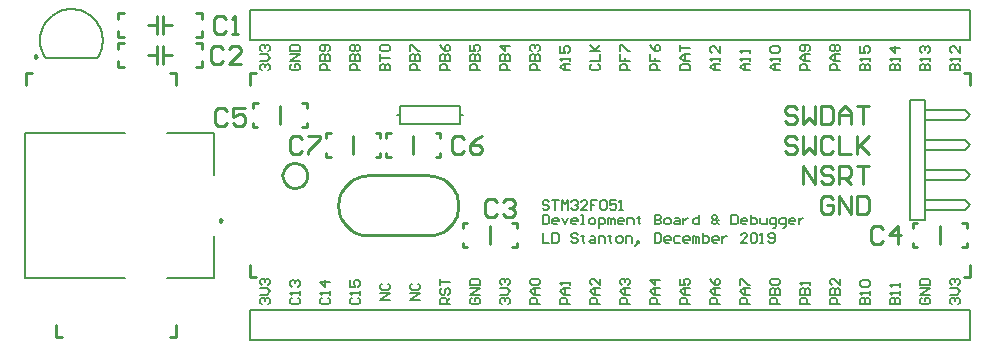
<source format=gto>
G04*
G04 #@! TF.GenerationSoftware,Altium Limited,Altium Designer,20.0.10 (225)*
G04*
G04 Layer_Color=65535*
%FSLAX25Y25*%
%MOIN*%
G70*
G01*
G75*
%ADD10C,0.01000*%
%ADD11C,0.00787*%
%ADD12C,0.00984*%
%ADD13C,0.00600*%
D10*
X137000Y37500D02*
X138012Y37551D01*
X139013Y37705D01*
X139994Y37959D01*
X140944Y38310D01*
X141853Y38756D01*
X142713Y39292D01*
X143514Y39912D01*
X144248Y40610D01*
X144908Y41379D01*
X145486Y42210D01*
X145978Y43096D01*
X146378Y44027D01*
X146681Y44993D01*
X146885Y45986D01*
X146987Y46993D01*
X146987Y48006D01*
X146885Y49014D01*
X146681Y50007D01*
X146378Y50973D01*
X145978Y51904D01*
X145486Y52790D01*
X144908Y53621D01*
X144248Y54390D01*
X143514Y55088D01*
X142713Y55708D01*
X141853Y56243D01*
X140944Y56690D01*
X139994Y57041D01*
X139013Y57295D01*
X138012Y57449D01*
X137000Y57500D01*
X117000Y57500D02*
X115986Y57452D01*
X114983Y57301D01*
X114000Y57050D01*
X113047Y56700D01*
X112135Y56255D01*
X111273Y55721D01*
X110469Y55101D01*
X109732Y54403D01*
X109070Y53635D01*
X108488Y52803D01*
X107995Y51916D01*
X107593Y50984D01*
X107288Y50016D01*
X107083Y49022D01*
X106980Y48013D01*
X106979Y46998D01*
X107081Y45989D01*
X107286Y44995D01*
X107589Y44026D01*
X107990Y43094D01*
X108483Y42207D01*
X109063Y41374D01*
X109724Y40605D01*
X110460Y39906D01*
X111263Y39286D01*
X112125Y38750D01*
X113037Y38304D01*
X113989Y37954D01*
X114972Y37701D01*
X115975Y37549D01*
X116989Y37500D01*
X96623Y57500D02*
X96503Y58487D01*
X96151Y59416D01*
X95586Y60234D01*
X94842Y60893D01*
X93962Y61355D01*
X92997Y61593D01*
X92003D01*
X91038Y61355D01*
X90158Y60893D01*
X89414Y60234D01*
X88849Y59416D01*
X88497Y58487D01*
X88377Y57500D01*
X88497Y56513D01*
X88849Y55584D01*
X89414Y54766D01*
X90158Y54107D01*
X91038Y53645D01*
X92003Y53407D01*
X92997D01*
X93962Y53645D01*
X94842Y54107D01*
X95586Y54766D01*
X96151Y55584D01*
X96503Y56513D01*
X96623Y57500D01*
X315500Y91500D02*
X317500D01*
Y87500D02*
Y91500D01*
X315500Y23500D02*
X317500D01*
Y27500D01*
X77500Y23500D02*
X79500D01*
X77500D02*
Y27500D01*
Y91500D02*
X79500D01*
X77500Y87500D02*
Y91500D01*
X117000Y57500D02*
X137000D01*
X117000Y37500D02*
X137000D01*
X61500Y109500D02*
Y111500D01*
X59500D02*
X61500D01*
Y103500D02*
Y105500D01*
X59500Y103500D02*
X61500D01*
X33500Y111500D02*
X35500D01*
X33500Y109500D02*
Y111500D01*
Y103500D02*
Y105500D01*
Y103500D02*
X35500D01*
X46500Y104500D02*
Y110500D01*
X43500Y107500D02*
X46500D01*
X48500D02*
X51500D01*
X48500Y104500D02*
Y110500D01*
X61500Y99500D02*
Y101500D01*
X59500D02*
X61500D01*
Y93500D02*
Y95500D01*
X59500Y93500D02*
X61500D01*
X33500Y101500D02*
X35500D01*
X33500Y99500D02*
Y101500D01*
Y93500D02*
Y95500D01*
Y93500D02*
X35500D01*
X46500Y94500D02*
Y100500D01*
X43500Y97500D02*
X46500D01*
X48500D02*
X51500D01*
X48500Y94500D02*
Y100500D01*
X139400Y63500D02*
X141000D01*
X123000Y71500D02*
X124500D01*
X123000Y70000D02*
Y71500D01*
Y63500D02*
X124500D01*
X123000D02*
Y65000D01*
X139500Y71500D02*
X141000D01*
Y70000D02*
Y71500D01*
Y63500D02*
Y65000D01*
X132000Y64500D02*
Y70500D01*
X119400Y63500D02*
X121000D01*
X103000Y71500D02*
X104500D01*
X103000Y70000D02*
Y71500D01*
Y63500D02*
X104500D01*
X103000D02*
Y65000D01*
X119500Y71500D02*
X121000D01*
Y70000D02*
Y71500D01*
Y63500D02*
Y65000D01*
X112000Y64500D02*
Y70500D01*
X164900Y33500D02*
X166500D01*
X148500Y41500D02*
X150000D01*
X148500Y40000D02*
Y41500D01*
Y33500D02*
X150000D01*
X148500D02*
Y35000D01*
X165000Y41500D02*
X166500D01*
Y40000D02*
Y41500D01*
Y33500D02*
Y35000D01*
X157500Y34500D02*
Y40500D01*
X314900Y33500D02*
X316500D01*
X298500Y41500D02*
X300000D01*
X298500Y40000D02*
Y41500D01*
Y33500D02*
X300000D01*
X298500D02*
Y35000D01*
X315000Y41500D02*
X316500D01*
Y40000D02*
Y41500D01*
Y33500D02*
Y35000D01*
X307500Y34500D02*
Y40500D01*
X78500Y81500D02*
X80100D01*
X95000Y73500D02*
X96500D01*
Y75000D01*
X95000Y81500D02*
X96500D01*
Y80000D02*
Y81500D01*
X78500Y73500D02*
X80000D01*
X78500D02*
Y75000D01*
Y80000D02*
Y81500D01*
X87500Y74500D02*
Y80500D01*
X3000Y87500D02*
Y91500D01*
X5000D01*
X13000Y3500D02*
Y7500D01*
Y3500D02*
X15000D01*
X53000D02*
Y7500D01*
X51000Y3500D02*
X53000D01*
Y87500D02*
Y91500D01*
X51000D02*
X53000D01*
X271999Y49498D02*
X270999Y50498D01*
X269000D01*
X268000Y49498D01*
Y45500D01*
X269000Y44500D01*
X270999D01*
X271999Y45500D01*
Y47499D01*
X269999D01*
X273998Y44500D02*
Y50498D01*
X277997Y44500D01*
Y50498D01*
X279996D02*
Y44500D01*
X282995D01*
X283995Y45500D01*
Y49498D01*
X282995Y50498D01*
X279996D01*
X262000Y54500D02*
Y60498D01*
X265999Y54500D01*
Y60498D01*
X271997Y59498D02*
X270997Y60498D01*
X268998D01*
X267998Y59498D01*
Y58499D01*
X268998Y57499D01*
X270997D01*
X271997Y56499D01*
Y55500D01*
X270997Y54500D01*
X268998D01*
X267998Y55500D01*
X273996Y54500D02*
Y60498D01*
X276995D01*
X277995Y59498D01*
Y57499D01*
X276995Y56499D01*
X273996D01*
X275995D02*
X277995Y54500D01*
X279994Y60498D02*
X283993D01*
X281994D01*
Y54500D01*
X259999Y69498D02*
X258999Y70498D01*
X257000D01*
X256000Y69498D01*
Y68499D01*
X257000Y67499D01*
X258999D01*
X259999Y66499D01*
Y65500D01*
X258999Y64500D01*
X257000D01*
X256000Y65500D01*
X261998Y70498D02*
Y64500D01*
X263997Y66499D01*
X265997Y64500D01*
Y70498D01*
X271995Y69498D02*
X270995Y70498D01*
X268996D01*
X267996Y69498D01*
Y65500D01*
X268996Y64500D01*
X270995D01*
X271995Y65500D01*
X273994Y70498D02*
Y64500D01*
X277993D01*
X279992Y70498D02*
Y64500D01*
Y66499D01*
X283991Y70498D01*
X280992Y67499D01*
X283991Y64500D01*
X259999Y79498D02*
X258999Y80498D01*
X257000D01*
X256000Y79498D01*
Y78499D01*
X257000Y77499D01*
X258999D01*
X259999Y76499D01*
Y75500D01*
X258999Y74500D01*
X257000D01*
X256000Y75500D01*
X261998Y80498D02*
Y74500D01*
X263997Y76499D01*
X265997Y74500D01*
Y80498D01*
X267996D02*
Y74500D01*
X270995D01*
X271995Y75500D01*
Y79498D01*
X270995Y80498D01*
X267996D01*
X273994Y74500D02*
Y78499D01*
X275993Y80498D01*
X277993Y78499D01*
Y74500D01*
Y77499D01*
X273994D01*
X279992Y80498D02*
X283991D01*
X281992D01*
Y74500D01*
X68500Y99499D02*
X67501Y100499D01*
X65501D01*
X64502Y99499D01*
Y95501D01*
X65501Y94501D01*
X67501D01*
X68500Y95501D01*
X74498Y94501D02*
X70500D01*
X74498Y98500D01*
Y99499D01*
X73499Y100499D01*
X71499D01*
X70500Y99499D01*
X69500Y109499D02*
X68500Y110499D01*
X66501D01*
X65501Y109499D01*
Y105501D01*
X66501Y104501D01*
X68500D01*
X69500Y105501D01*
X71499Y104501D02*
X73499D01*
X72499D01*
Y110499D01*
X71499Y109499D01*
X70000Y78999D02*
X69001Y79999D01*
X67001D01*
X66002Y78999D01*
Y75001D01*
X67001Y74001D01*
X69001D01*
X70000Y75001D01*
X75998Y79999D02*
X72000D01*
Y77000D01*
X73999Y78000D01*
X74999D01*
X75998Y77000D01*
Y75001D01*
X74999Y74001D01*
X72999D01*
X72000Y75001D01*
X288500Y39499D02*
X287501Y40499D01*
X285501D01*
X284502Y39499D01*
Y35501D01*
X285501Y34501D01*
X287501D01*
X288500Y35501D01*
X293499Y34501D02*
Y40499D01*
X290500Y37500D01*
X294498D01*
X160000Y48499D02*
X159001Y49499D01*
X157001D01*
X156002Y48499D01*
Y44501D01*
X157001Y43501D01*
X159001D01*
X160000Y44501D01*
X162000Y48499D02*
X162999Y49499D01*
X164999D01*
X165998Y48499D01*
Y47500D01*
X164999Y46500D01*
X163999D01*
X164999D01*
X165998Y45500D01*
Y44501D01*
X164999Y43501D01*
X162999D01*
X162000Y44501D01*
X95000Y69499D02*
X94001Y70499D01*
X92001D01*
X91002Y69499D01*
Y65501D01*
X92001Y64501D01*
X94001D01*
X95000Y65501D01*
X97000Y70499D02*
X100998D01*
Y69499D01*
X97000Y65501D01*
Y64501D01*
X149000Y69499D02*
X148001Y70499D01*
X146001D01*
X145002Y69499D01*
Y65501D01*
X146001Y64501D01*
X148001D01*
X149000Y65501D01*
X154998Y70499D02*
X152999Y69499D01*
X151000Y67500D01*
Y65501D01*
X151999Y64501D01*
X153999D01*
X154998Y65501D01*
Y66500D01*
X153999Y67500D01*
X151000D01*
D11*
X26546Y96516D02*
X27075Y97352D01*
X27521Y98235D01*
X27883Y99156D01*
X28155Y100107D01*
X28336Y101079D01*
X28424Y102065D01*
X28418Y103054D01*
X28319Y104038D01*
X28127Y105009D01*
X27844Y105956D01*
X27472Y106873D01*
X27015Y107751D01*
X26478Y108581D01*
X25864Y109357D01*
X25179Y110071D01*
X24430Y110716D01*
X23622Y111288D01*
X22765Y111782D01*
X21864Y112191D01*
X20929Y112513D01*
X19967Y112746D01*
X18988Y112886D01*
X18000Y112933D01*
X17012Y112886D01*
X16033Y112746D01*
X15071Y112513D01*
X14136Y112191D01*
X13235Y111782D01*
X12378Y111288D01*
X11570Y110716D01*
X10821Y110071D01*
X10137Y109357D01*
X9522Y108581D01*
X8985Y107751D01*
X8528Y106873D01*
X8156Y105956D01*
X7873Y105009D01*
X7681Y104038D01*
X7582Y103054D01*
X7576Y102065D01*
X7664Y101079D01*
X7845Y100107D01*
X8117Y99156D01*
X8479Y98235D01*
X8925Y97352D01*
X9454Y96516D01*
X9454Y96516D02*
X26546Y96516D01*
X65496Y23469D02*
Y37468D01*
Y57500D02*
Y71500D01*
X49957Y23469D02*
X65496D01*
X49957Y71500D02*
X65496D01*
X2504Y23469D02*
X35996D01*
X2504Y71500D02*
X35996D01*
X2504Y23469D02*
Y71500D01*
X297500Y42500D02*
Y82500D01*
X302500Y45833D02*
X315833D01*
X317500Y47500D01*
X315833Y49167D02*
X317500Y47500D01*
X302500Y49167D02*
X315833D01*
X302500Y55833D02*
X315833D01*
X317500Y57500D01*
X315833Y59167D02*
X317500Y57500D01*
X302500Y59167D02*
X315833D01*
X302500Y65833D02*
X315833D01*
X317500Y67500D01*
X315833Y69167D02*
X317500Y67500D01*
X302500Y69167D02*
X315833D01*
X302500Y75833D02*
X315833D01*
X317500Y77500D01*
X315833Y79167D02*
X317500Y77500D01*
X302500Y79167D02*
X315833D01*
X297500Y82500D02*
X302500D01*
X297500Y42500D02*
X302500D01*
Y82500D01*
X77500Y102500D02*
X310000D01*
X317500D01*
Y112500D01*
X77500D02*
X317500D01*
X77500Y102500D02*
Y112500D01*
X85000Y12500D02*
X317500D01*
X77500D02*
X85000D01*
X77500Y2500D02*
Y12500D01*
Y2500D02*
X317500D01*
Y12500D01*
X147500Y77500D02*
Y80500D01*
X127500D02*
X147500D01*
X127500Y74500D02*
Y80500D01*
Y74500D02*
X147500D01*
Y77500D01*
X126600D02*
X127500D01*
X147500D02*
X148400D01*
D12*
X6669Y97102D02*
X5931Y97529D01*
Y96676D01*
X6669Y97102D01*
X68350Y42563D02*
X67612Y42989D01*
Y42137D01*
X68350Y42563D01*
D13*
X81534Y92500D02*
X81001Y93033D01*
Y94099D01*
X81534Y94633D01*
X82067D01*
X82600Y94099D01*
Y93566D01*
Y94099D01*
X83134Y94633D01*
X83667D01*
X84200Y94099D01*
Y93033D01*
X83667Y92500D01*
X81001Y95699D02*
X83134D01*
X84200Y96765D01*
X83134Y97832D01*
X81001D01*
X81534Y98898D02*
X81001Y99431D01*
Y100497D01*
X81534Y101031D01*
X82067D01*
X82600Y100497D01*
Y99964D01*
Y100497D01*
X83134Y101031D01*
X83667D01*
X84200Y100497D01*
Y99431D01*
X83667Y98898D01*
X91534Y94633D02*
X91001Y94099D01*
Y93033D01*
X91534Y92500D01*
X93667D01*
X94200Y93033D01*
Y94099D01*
X93667Y94633D01*
X92601D01*
Y93566D01*
X94200Y95699D02*
X91001D01*
X94200Y97832D01*
X91001D01*
Y98898D02*
X94200D01*
Y100497D01*
X93667Y101031D01*
X91534D01*
X91001Y100497D01*
Y98898D01*
X114200Y92500D02*
X111001D01*
Y94099D01*
X111534Y94633D01*
X112601D01*
X113134Y94099D01*
Y92500D01*
X111001Y95699D02*
X114200D01*
Y97299D01*
X113667Y97832D01*
X113134D01*
X112601Y97299D01*
Y95699D01*
Y97299D01*
X112067Y97832D01*
X111534D01*
X111001Y97299D01*
Y95699D01*
X111534Y98898D02*
X111001Y99431D01*
Y100497D01*
X111534Y101031D01*
X112067D01*
X112601Y100497D01*
X113134Y101031D01*
X113667D01*
X114200Y100497D01*
Y99431D01*
X113667Y98898D01*
X113134D01*
X112601Y99431D01*
X112067Y98898D01*
X111534D01*
X112601Y99431D02*
Y100497D01*
X104200Y92500D02*
X101001D01*
Y94099D01*
X101534Y94633D01*
X102601D01*
X103134Y94099D01*
Y92500D01*
X101001Y95699D02*
X104200D01*
Y97299D01*
X103667Y97832D01*
X103134D01*
X102601Y97299D01*
Y95699D01*
Y97299D01*
X102067Y97832D01*
X101534D01*
X101001Y97299D01*
Y95699D01*
X103667Y98898D02*
X104200Y99431D01*
Y100497D01*
X103667Y101031D01*
X101534D01*
X101001Y100497D01*
Y99431D01*
X101534Y98898D01*
X102067D01*
X102601Y99431D01*
Y101031D01*
X144200Y92500D02*
X141001D01*
Y94099D01*
X141534Y94633D01*
X142601D01*
X143134Y94099D01*
Y92500D01*
X141001Y95699D02*
X144200D01*
Y97299D01*
X143667Y97832D01*
X143134D01*
X142601Y97299D01*
Y95699D01*
Y97299D01*
X142067Y97832D01*
X141534D01*
X141001Y97299D01*
Y95699D01*
Y101031D02*
X141534Y99964D01*
X142601Y98898D01*
X143667D01*
X144200Y99431D01*
Y100497D01*
X143667Y101031D01*
X143134D01*
X142601Y100497D01*
Y98898D01*
X154200Y92500D02*
X151001D01*
Y94099D01*
X151534Y94633D01*
X152601D01*
X153134Y94099D01*
Y92500D01*
X151001Y95699D02*
X154200D01*
Y97299D01*
X153667Y97832D01*
X153134D01*
X152601Y97299D01*
Y95699D01*
Y97299D01*
X152067Y97832D01*
X151534D01*
X151001Y97299D01*
Y95699D01*
Y101031D02*
Y98898D01*
X152601D01*
X152067Y99964D01*
Y100497D01*
X152601Y101031D01*
X153667D01*
X154200Y100497D01*
Y99431D01*
X153667Y98898D01*
X121001Y92500D02*
X124200D01*
Y94099D01*
X123667Y94633D01*
X123134D01*
X122600Y94099D01*
Y92500D01*
Y94099D01*
X122067Y94633D01*
X121534D01*
X121001Y94099D01*
Y92500D01*
Y95699D02*
Y97832D01*
Y96765D01*
X124200D01*
X121534Y98898D02*
X121001Y99431D01*
Y100497D01*
X121534Y101031D01*
X123667D01*
X124200Y100497D01*
Y99431D01*
X123667Y98898D01*
X121534D01*
X204200Y92500D02*
X201001D01*
Y94099D01*
X201534Y94633D01*
X202601D01*
X203134Y94099D01*
Y92500D01*
X201001Y97832D02*
Y95699D01*
X202601D01*
Y96765D01*
Y95699D01*
X204200D01*
X201001Y98898D02*
Y101031D01*
X201534D01*
X203667Y98898D01*
X204200D01*
X214200Y92500D02*
X211001D01*
Y94099D01*
X211534Y94633D01*
X212600D01*
X213134Y94099D01*
Y92500D01*
X211001Y97832D02*
Y95699D01*
X212600D01*
Y96765D01*
Y95699D01*
X214200D01*
X211001Y101031D02*
X211534Y99964D01*
X212600Y98898D01*
X213667D01*
X214200Y99431D01*
Y100497D01*
X213667Y101031D01*
X213134D01*
X212600Y100497D01*
Y98898D01*
X234200Y92500D02*
X232067D01*
X231001Y93566D01*
X232067Y94633D01*
X234200D01*
X232600D01*
Y92500D01*
X234200Y95699D02*
Y96765D01*
Y96232D01*
X231001D01*
X231534Y95699D01*
X234200Y100497D02*
Y98365D01*
X232067Y100497D01*
X231534D01*
X231001Y99964D01*
Y98898D01*
X231534Y98365D01*
X221001Y92500D02*
X224200D01*
Y94099D01*
X223667Y94633D01*
X221534D01*
X221001Y94099D01*
Y92500D01*
X224200Y95699D02*
X222067D01*
X221001Y96765D01*
X222067Y97832D01*
X224200D01*
X222601D01*
Y95699D01*
X221001Y98898D02*
Y101031D01*
Y99964D01*
X224200D01*
X184200Y92500D02*
X182067D01*
X181001Y93566D01*
X182067Y94633D01*
X184200D01*
X182600D01*
Y92500D01*
X184200Y95699D02*
Y96765D01*
Y96232D01*
X181001D01*
X181534Y95699D01*
X181001Y100497D02*
Y98365D01*
X182600D01*
X182067Y99431D01*
Y99964D01*
X182600Y100497D01*
X183667D01*
X184200Y99964D01*
Y98898D01*
X183667Y98365D01*
X191534Y94633D02*
X191001Y94099D01*
Y93033D01*
X191534Y92500D01*
X193667D01*
X194200Y93033D01*
Y94099D01*
X193667Y94633D01*
X191001Y95699D02*
X194200D01*
Y97832D01*
X191001Y98898D02*
X194200D01*
X193134D01*
X191001Y101031D01*
X192601Y99431D01*
X194200Y101031D01*
X174200Y92500D02*
X171001D01*
Y94099D01*
X171534Y94633D01*
X172600D01*
X173134Y94099D01*
Y92500D01*
X171001Y95699D02*
X174200D01*
Y97299D01*
X173667Y97832D01*
X173134D01*
X172600Y97299D01*
Y95699D01*
Y97299D01*
X172067Y97832D01*
X171534D01*
X171001Y97299D01*
Y95699D01*
X171534Y98898D02*
X171001Y99431D01*
Y100497D01*
X171534Y101031D01*
X172067D01*
X172600Y100497D01*
Y99964D01*
Y100497D01*
X173134Y101031D01*
X173667D01*
X174200Y100497D01*
Y99431D01*
X173667Y98898D01*
X164200Y92500D02*
X161001D01*
Y94099D01*
X161534Y94633D01*
X162601D01*
X163134Y94099D01*
Y92500D01*
X161001Y95699D02*
X164200D01*
Y97299D01*
X163667Y97832D01*
X163134D01*
X162601Y97299D01*
Y95699D01*
Y97299D01*
X162067Y97832D01*
X161534D01*
X161001Y97299D01*
Y95699D01*
X164200Y100497D02*
X161001D01*
X162601Y98898D01*
Y101031D01*
X264200Y92500D02*
X261001D01*
Y94099D01*
X261534Y94633D01*
X262600D01*
X263134Y94099D01*
Y92500D01*
X264200Y95699D02*
X262067D01*
X261001Y96765D01*
X262067Y97832D01*
X264200D01*
X262600D01*
Y95699D01*
X263667Y98898D02*
X264200Y99431D01*
Y100497D01*
X263667Y101031D01*
X261534D01*
X261001Y100497D01*
Y99431D01*
X261534Y98898D01*
X262067D01*
X262600Y99431D01*
Y101031D01*
X274200Y92500D02*
X271001D01*
Y94099D01*
X271534Y94633D01*
X272601D01*
X273134Y94099D01*
Y92500D01*
X274200Y95699D02*
X272067D01*
X271001Y96765D01*
X272067Y97832D01*
X274200D01*
X272601D01*
Y95699D01*
X271534Y98898D02*
X271001Y99431D01*
Y100497D01*
X271534Y101031D01*
X272067D01*
X272601Y100497D01*
X273134Y101031D01*
X273667D01*
X274200Y100497D01*
Y99431D01*
X273667Y98898D01*
X273134D01*
X272601Y99431D01*
X272067Y98898D01*
X271534D01*
X272601Y99431D02*
Y100497D01*
X254200Y92500D02*
X252067D01*
X251001Y93566D01*
X252067Y94633D01*
X254200D01*
X252601D01*
Y92500D01*
X254200Y95699D02*
Y96765D01*
Y96232D01*
X251001D01*
X251534Y95699D01*
Y98365D02*
X251001Y98898D01*
Y99964D01*
X251534Y100497D01*
X253667D01*
X254200Y99964D01*
Y98898D01*
X253667Y98365D01*
X251534D01*
X244200Y92500D02*
X242067D01*
X241001Y93566D01*
X242067Y94633D01*
X244200D01*
X242600D01*
Y92500D01*
X244200Y95699D02*
Y96765D01*
Y96232D01*
X241001D01*
X241534Y95699D01*
X244200Y98365D02*
Y99431D01*
Y98898D01*
X241001D01*
X241534Y98365D01*
X301001Y92500D02*
X304200D01*
Y94099D01*
X303667Y94633D01*
X303134D01*
X302601Y94099D01*
Y92500D01*
Y94099D01*
X302067Y94633D01*
X301534D01*
X301001Y94099D01*
Y92500D01*
X304200Y95699D02*
Y96765D01*
Y96232D01*
X301001D01*
X301534Y95699D01*
Y98365D02*
X301001Y98898D01*
Y99964D01*
X301534Y100497D01*
X302067D01*
X302601Y99964D01*
Y99431D01*
Y99964D01*
X303134Y100497D01*
X303667D01*
X304200Y99964D01*
Y98898D01*
X303667Y98365D01*
X311001Y92500D02*
X314200D01*
Y94099D01*
X313667Y94633D01*
X313134D01*
X312600Y94099D01*
Y92500D01*
Y94099D01*
X312067Y94633D01*
X311534D01*
X311001Y94099D01*
Y92500D01*
X314200Y95699D02*
Y96765D01*
Y96232D01*
X311001D01*
X311534Y95699D01*
X314200Y100497D02*
Y98365D01*
X312067Y100497D01*
X311534D01*
X311001Y99964D01*
Y98898D01*
X311534Y98365D01*
X291001Y92500D02*
X294200D01*
Y94099D01*
X293667Y94633D01*
X293134D01*
X292600Y94099D01*
Y92500D01*
Y94099D01*
X292067Y94633D01*
X291534D01*
X291001Y94099D01*
Y92500D01*
X294200Y95699D02*
Y96765D01*
Y96232D01*
X291001D01*
X291534Y95699D01*
X294200Y99964D02*
X291001D01*
X292600Y98365D01*
Y100497D01*
X281001Y92500D02*
X284200D01*
Y94099D01*
X283667Y94633D01*
X283134D01*
X282600Y94099D01*
Y92500D01*
Y94099D01*
X282067Y94633D01*
X281534D01*
X281001Y94099D01*
Y92500D01*
X284200Y95699D02*
Y96765D01*
Y96232D01*
X281001D01*
X281534Y95699D01*
X281001Y100497D02*
Y98365D01*
X282600D01*
X282067Y99431D01*
Y99964D01*
X282600Y100497D01*
X283667D01*
X284200Y99964D01*
Y98898D01*
X283667Y98365D01*
X134200Y92500D02*
X131001D01*
Y94099D01*
X131534Y94633D01*
X132600D01*
X133134Y94099D01*
Y92500D01*
X131001Y95699D02*
X134200D01*
Y97299D01*
X133667Y97832D01*
X133134D01*
X132600Y97299D01*
Y95699D01*
Y97299D01*
X132067Y97832D01*
X131534D01*
X131001Y97299D01*
Y95699D01*
Y98898D02*
Y101031D01*
X131534D01*
X133667Y98898D01*
X134200D01*
Y16100D02*
X131001D01*
X134200Y18233D01*
X131001D01*
X131534Y21432D02*
X131001Y20898D01*
Y19832D01*
X131534Y19299D01*
X133667D01*
X134200Y19832D01*
Y20898D01*
X133667Y21432D01*
X281001Y14600D02*
X284200D01*
Y16199D01*
X283667Y16733D01*
X283134D01*
X282600Y16199D01*
Y14600D01*
Y16199D01*
X282067Y16733D01*
X281534D01*
X281001Y16199D01*
Y14600D01*
X284200Y17799D02*
Y18865D01*
Y18332D01*
X281001D01*
X281534Y17799D01*
Y20465D02*
X281001Y20998D01*
Y22064D01*
X281534Y22597D01*
X283667D01*
X284200Y22064D01*
Y20998D01*
X283667Y20465D01*
X281534D01*
X291001Y14600D02*
X294200D01*
Y16199D01*
X293667Y16733D01*
X293134D01*
X292600Y16199D01*
Y14600D01*
Y16199D01*
X292067Y16733D01*
X291534D01*
X291001Y16199D01*
Y14600D01*
X294200Y17799D02*
Y18865D01*
Y18332D01*
X291001D01*
X291534Y17799D01*
X294200Y20465D02*
Y21531D01*
Y20998D01*
X291001D01*
X291534Y20465D01*
X311534Y14600D02*
X311001Y15133D01*
Y16199D01*
X311534Y16733D01*
X312067D01*
X312600Y16199D01*
Y15666D01*
Y16199D01*
X313134Y16733D01*
X313667D01*
X314200Y16199D01*
Y15133D01*
X313667Y14600D01*
X311001Y17799D02*
X313134D01*
X314200Y18865D01*
X313134Y19932D01*
X311001D01*
X311534Y20998D02*
X311001Y21531D01*
Y22597D01*
X311534Y23131D01*
X312067D01*
X312600Y22597D01*
Y22064D01*
Y22597D01*
X313134Y23131D01*
X313667D01*
X314200Y22597D01*
Y21531D01*
X313667Y20998D01*
X301534Y16733D02*
X301001Y16199D01*
Y15133D01*
X301534Y14600D01*
X303667D01*
X304200Y15133D01*
Y16199D01*
X303667Y16733D01*
X302601D01*
Y15666D01*
X304200Y17799D02*
X301001D01*
X304200Y19932D01*
X301001D01*
Y20998D02*
X304200D01*
Y22597D01*
X303667Y23131D01*
X301534D01*
X301001Y22597D01*
Y20998D01*
X244200Y14600D02*
X241001D01*
Y16199D01*
X241534Y16733D01*
X242600D01*
X243134Y16199D01*
Y14600D01*
X244200Y17799D02*
X242067D01*
X241001Y18865D01*
X242067Y19932D01*
X244200D01*
X242600D01*
Y17799D01*
X241001Y20998D02*
Y23131D01*
X241534D01*
X243667Y20998D01*
X244200D01*
X254200Y14600D02*
X251001D01*
Y16199D01*
X251534Y16733D01*
X252601D01*
X253134Y16199D01*
Y14600D01*
X251001Y17799D02*
X254200D01*
Y19399D01*
X253667Y19932D01*
X253134D01*
X252601Y19399D01*
Y17799D01*
Y19399D01*
X252067Y19932D01*
X251534D01*
X251001Y19399D01*
Y17799D01*
X251534Y20998D02*
X251001Y21531D01*
Y22597D01*
X251534Y23131D01*
X253667D01*
X254200Y22597D01*
Y21531D01*
X253667Y20998D01*
X251534D01*
X274200Y14600D02*
X271001D01*
Y16199D01*
X271534Y16733D01*
X272601D01*
X273134Y16199D01*
Y14600D01*
X271001Y17799D02*
X274200D01*
Y19399D01*
X273667Y19932D01*
X273134D01*
X272601Y19399D01*
Y17799D01*
Y19399D01*
X272067Y19932D01*
X271534D01*
X271001Y19399D01*
Y17799D01*
X274200Y23131D02*
Y20998D01*
X272067Y23131D01*
X271534D01*
X271001Y22597D01*
Y21531D01*
X271534Y20998D01*
X264200Y14600D02*
X261001D01*
Y16199D01*
X261534Y16733D01*
X262600D01*
X263134Y16199D01*
Y14600D01*
X261001Y17799D02*
X264200D01*
Y19398D01*
X263667Y19932D01*
X263134D01*
X262600Y19398D01*
Y17799D01*
Y19398D01*
X262067Y19932D01*
X261534D01*
X261001Y19398D01*
Y17799D01*
X264200Y20998D02*
Y22064D01*
Y21531D01*
X261001D01*
X261534Y20998D01*
X161534Y14600D02*
X161001Y15133D01*
Y16199D01*
X161534Y16733D01*
X162067D01*
X162601Y16199D01*
Y15666D01*
Y16199D01*
X163134Y16733D01*
X163667D01*
X164200Y16199D01*
Y15133D01*
X163667Y14600D01*
X161001Y17799D02*
X163134D01*
X164200Y18865D01*
X163134Y19932D01*
X161001D01*
X161534Y20998D02*
X161001Y21531D01*
Y22597D01*
X161534Y23131D01*
X162067D01*
X162601Y22597D01*
Y22064D01*
Y22597D01*
X163134Y23131D01*
X163667D01*
X164200Y22597D01*
Y21531D01*
X163667Y20998D01*
X174200Y14600D02*
X171001D01*
Y16199D01*
X171534Y16733D01*
X172600D01*
X173134Y16199D01*
Y14600D01*
X174200Y17799D02*
X172067D01*
X171001Y18865D01*
X172067Y19932D01*
X174200D01*
X172600D01*
Y17799D01*
X171534Y20998D02*
X171001Y21531D01*
Y22597D01*
X171534Y23131D01*
X173667D01*
X174200Y22597D01*
Y21531D01*
X173667Y20998D01*
X171534D01*
X194200Y14600D02*
X191001D01*
Y16199D01*
X191534Y16733D01*
X192601D01*
X193134Y16199D01*
Y14600D01*
X194200Y17799D02*
X192067D01*
X191001Y18865D01*
X192067Y19932D01*
X194200D01*
X192601D01*
Y17799D01*
X194200Y23131D02*
Y20998D01*
X192067Y23131D01*
X191534D01*
X191001Y22597D01*
Y21531D01*
X191534Y20998D01*
X184200Y14600D02*
X181001D01*
Y16199D01*
X181534Y16733D01*
X182600D01*
X183134Y16199D01*
Y14600D01*
X184200Y17799D02*
X182067D01*
X181001Y18865D01*
X182067Y19932D01*
X184200D01*
X182600D01*
Y17799D01*
X184200Y20998D02*
Y22064D01*
Y21531D01*
X181001D01*
X181534Y20998D01*
X224200Y14600D02*
X221001D01*
Y16199D01*
X221534Y16733D01*
X222601D01*
X223134Y16199D01*
Y14600D01*
X224200Y17799D02*
X222067D01*
X221001Y18865D01*
X222067Y19932D01*
X224200D01*
X222601D01*
Y17799D01*
X221001Y23131D02*
Y20998D01*
X222601D01*
X222067Y22064D01*
Y22597D01*
X222601Y23131D01*
X223667D01*
X224200Y22597D01*
Y21531D01*
X223667Y20998D01*
X234200Y14600D02*
X231001D01*
Y16199D01*
X231534Y16733D01*
X232600D01*
X233134Y16199D01*
Y14600D01*
X234200Y17799D02*
X232067D01*
X231001Y18865D01*
X232067Y19932D01*
X234200D01*
X232600D01*
Y17799D01*
X231001Y23131D02*
X231534Y22064D01*
X232600Y20998D01*
X233667D01*
X234200Y21531D01*
Y22597D01*
X233667Y23131D01*
X233134D01*
X232600Y22597D01*
Y20998D01*
X214200Y14600D02*
X211001D01*
Y16199D01*
X211534Y16733D01*
X212600D01*
X213134Y16199D01*
Y14600D01*
X214200Y17799D02*
X212067D01*
X211001Y18865D01*
X212067Y19932D01*
X214200D01*
X212600D01*
Y17799D01*
X214200Y22597D02*
X211001D01*
X212600Y20998D01*
Y23131D01*
X204200Y14600D02*
X201001D01*
Y16199D01*
X201534Y16733D01*
X202601D01*
X203134Y16199D01*
Y14600D01*
X204200Y17799D02*
X202067D01*
X201001Y18865D01*
X202067Y19932D01*
X204200D01*
X202601D01*
Y17799D01*
X201534Y20998D02*
X201001Y21531D01*
Y22597D01*
X201534Y23131D01*
X202067D01*
X202601Y22597D01*
Y22064D01*
Y22597D01*
X203134Y23131D01*
X203667D01*
X204200Y22597D01*
Y21531D01*
X203667Y20998D01*
X124200Y16100D02*
X121001D01*
X124200Y18233D01*
X121001D01*
X121534Y21432D02*
X121001Y20898D01*
Y19832D01*
X121534Y19299D01*
X123667D01*
X124200Y19832D01*
Y20898D01*
X123667Y21432D01*
X151534Y16733D02*
X151001Y16199D01*
Y15133D01*
X151534Y14600D01*
X153667D01*
X154200Y15133D01*
Y16199D01*
X153667Y16733D01*
X152601D01*
Y15666D01*
X154200Y17799D02*
X151001D01*
X154200Y19932D01*
X151001D01*
Y20998D02*
X154200D01*
Y22597D01*
X153667Y23131D01*
X151534D01*
X151001Y22597D01*
Y20998D01*
X144200Y14600D02*
X141001D01*
Y16199D01*
X141534Y16733D01*
X142601D01*
X143134Y16199D01*
Y14600D01*
Y15666D02*
X144200Y16733D01*
X141534Y19932D02*
X141001Y19398D01*
Y18332D01*
X141534Y17799D01*
X142067D01*
X142601Y18332D01*
Y19398D01*
X143134Y19932D01*
X143667D01*
X144200Y19398D01*
Y18332D01*
X143667Y17799D01*
X141001Y20998D02*
Y23131D01*
Y22064D01*
X144200D01*
X101534Y16733D02*
X101001Y16199D01*
Y15133D01*
X101534Y14600D01*
X103667D01*
X104200Y15133D01*
Y16199D01*
X103667Y16733D01*
X104200Y17799D02*
Y18865D01*
Y18332D01*
X101001D01*
X101534Y17799D01*
X104200Y22064D02*
X101001D01*
X102601Y20465D01*
Y22597D01*
X111534Y16733D02*
X111001Y16199D01*
Y15133D01*
X111534Y14600D01*
X113667D01*
X114200Y15133D01*
Y16199D01*
X113667Y16733D01*
X114200Y17799D02*
Y18865D01*
Y18332D01*
X111001D01*
X111534Y17799D01*
X111001Y22597D02*
Y20465D01*
X112601D01*
X112067Y21531D01*
Y22064D01*
X112601Y22597D01*
X113667D01*
X114200Y22064D01*
Y20998D01*
X113667Y20465D01*
X91534Y16733D02*
X91001Y16199D01*
Y15133D01*
X91534Y14600D01*
X93667D01*
X94200Y15133D01*
Y16199D01*
X93667Y16733D01*
X94200Y17799D02*
Y18865D01*
Y18332D01*
X91001D01*
X91534Y17799D01*
Y20465D02*
X91001Y20998D01*
Y22064D01*
X91534Y22597D01*
X92067D01*
X92601Y22064D01*
Y21531D01*
Y22064D01*
X93134Y22597D01*
X93667D01*
X94200Y22064D01*
Y20998D01*
X93667Y20465D01*
X81534Y14600D02*
X81001Y15133D01*
Y16199D01*
X81534Y16733D01*
X82067D01*
X82600Y16199D01*
Y15666D01*
Y16199D01*
X83134Y16733D01*
X83667D01*
X84200Y16199D01*
Y15133D01*
X83667Y14600D01*
X81001Y17799D02*
X83134D01*
X84200Y18865D01*
X83134Y19932D01*
X81001D01*
X81534Y20998D02*
X81001Y21531D01*
Y22597D01*
X81534Y23131D01*
X82067D01*
X82600Y22597D01*
Y22064D01*
Y22597D01*
X83134Y23131D01*
X83667D01*
X84200Y22597D01*
Y21531D01*
X83667Y20998D01*
X175100Y38265D02*
Y35066D01*
X177233D01*
X178299Y38265D02*
Y35066D01*
X179899D01*
X180432Y35599D01*
Y37732D01*
X179899Y38265D01*
X178299D01*
X186829Y37732D02*
X186296Y38265D01*
X185230D01*
X184697Y37732D01*
Y37199D01*
X185230Y36666D01*
X186296D01*
X186829Y36133D01*
Y35599D01*
X186296Y35066D01*
X185230D01*
X184697Y35599D01*
X188429Y37732D02*
Y37199D01*
X187896D01*
X188962D01*
X188429D01*
Y35599D01*
X188962Y35066D01*
X191095Y37199D02*
X192161D01*
X192694Y36666D01*
Y35066D01*
X191095D01*
X190562Y35599D01*
X191095Y36133D01*
X192694D01*
X193761Y35066D02*
Y37199D01*
X195360D01*
X195893Y36666D01*
Y35066D01*
X197493Y37732D02*
Y37199D01*
X196960D01*
X198026D01*
X197493D01*
Y35599D01*
X198026Y35066D01*
X200159D02*
X201225D01*
X201758Y35599D01*
Y36666D01*
X201225Y37199D01*
X200159D01*
X199625Y36666D01*
Y35599D01*
X200159Y35066D01*
X202824D02*
Y37199D01*
X204424D01*
X204957Y36666D01*
Y35066D01*
X206557Y34533D02*
X207090Y35066D01*
Y35599D01*
X206557D01*
Y35066D01*
X207090D01*
X206557Y34533D01*
X206023Y34000D01*
X212421Y38265D02*
Y35066D01*
X214021D01*
X214554Y35599D01*
Y37732D01*
X214021Y38265D01*
X212421D01*
X217220Y35066D02*
X216153D01*
X215620Y35599D01*
Y36666D01*
X216153Y37199D01*
X217220D01*
X217753Y36666D01*
Y36133D01*
X215620D01*
X220952Y37199D02*
X219352D01*
X218819Y36666D01*
Y35599D01*
X219352Y35066D01*
X220952D01*
X223618D02*
X222551D01*
X222018Y35599D01*
Y36666D01*
X222551Y37199D01*
X223618D01*
X224151Y36666D01*
Y36133D01*
X222018D01*
X225217Y35066D02*
Y37199D01*
X225750D01*
X226284Y36666D01*
Y35066D01*
Y36666D01*
X226817Y37199D01*
X227350Y36666D01*
Y35066D01*
X228416Y38265D02*
Y35066D01*
X230016D01*
X230549Y35599D01*
Y36133D01*
Y36666D01*
X230016Y37199D01*
X228416D01*
X233215Y35066D02*
X232148D01*
X231615Y35599D01*
Y36666D01*
X232148Y37199D01*
X233215D01*
X233748Y36666D01*
Y36133D01*
X231615D01*
X234814Y37199D02*
Y35066D01*
Y36133D01*
X235347Y36666D01*
X235880Y37199D01*
X236414D01*
X243345Y35066D02*
X241212D01*
X243345Y37199D01*
Y37732D01*
X242811Y38265D01*
X241745D01*
X241212Y37732D01*
X244411D02*
X244944Y38265D01*
X246010D01*
X246544Y37732D01*
Y35599D01*
X246010Y35066D01*
X244944D01*
X244411Y35599D01*
Y37732D01*
X247610Y35066D02*
X248676D01*
X248143D01*
Y38265D01*
X247610Y37732D01*
X250276Y35599D02*
X250809Y35066D01*
X251875D01*
X252408Y35599D01*
Y37732D01*
X251875Y38265D01*
X250809D01*
X250276Y37732D01*
Y37199D01*
X250809Y36666D01*
X252408D01*
X175100Y44365D02*
Y41166D01*
X176699D01*
X177233Y41699D01*
Y43832D01*
X176699Y44365D01*
X175100D01*
X179899Y41166D02*
X178832D01*
X178299Y41699D01*
Y42766D01*
X178832Y43299D01*
X179899D01*
X180432Y42766D01*
Y42233D01*
X178299D01*
X181498Y43299D02*
X182564Y41166D01*
X183631Y43299D01*
X186296Y41166D02*
X185230D01*
X184697Y41699D01*
Y42766D01*
X185230Y43299D01*
X186296D01*
X186829Y42766D01*
Y42233D01*
X184697D01*
X187896Y41166D02*
X188962D01*
X188429D01*
Y44365D01*
X187896D01*
X191095Y41166D02*
X192161D01*
X192694Y41699D01*
Y42766D01*
X192161Y43299D01*
X191095D01*
X190562Y42766D01*
Y41699D01*
X191095Y41166D01*
X193761Y40100D02*
Y43299D01*
X195360D01*
X195893Y42766D01*
Y41699D01*
X195360Y41166D01*
X193761D01*
X196960D02*
Y43299D01*
X197493D01*
X198026Y42766D01*
Y41166D01*
Y42766D01*
X198559Y43299D01*
X199092Y42766D01*
Y41166D01*
X201758D02*
X200692D01*
X200159Y41699D01*
Y42766D01*
X200692Y43299D01*
X201758D01*
X202291Y42766D01*
Y42233D01*
X200159D01*
X203358Y41166D02*
Y43299D01*
X204957D01*
X205490Y42766D01*
Y41166D01*
X207090Y43832D02*
Y43299D01*
X206557D01*
X207623D01*
X207090D01*
Y41699D01*
X207623Y41166D01*
X212421Y44365D02*
Y41166D01*
X214021D01*
X214554Y41699D01*
Y42233D01*
X214021Y42766D01*
X212421D01*
X214021D01*
X214554Y43299D01*
Y43832D01*
X214021Y44365D01*
X212421D01*
X216153Y41166D02*
X217220D01*
X217753Y41699D01*
Y42766D01*
X217220Y43299D01*
X216153D01*
X215620Y42766D01*
Y41699D01*
X216153Y41166D01*
X219352Y43299D02*
X220419D01*
X220952Y42766D01*
Y41166D01*
X219352D01*
X218819Y41699D01*
X219352Y42233D01*
X220952D01*
X222018Y43299D02*
Y41166D01*
Y42233D01*
X222551Y42766D01*
X223084Y43299D01*
X223618D01*
X227350Y44365D02*
Y41166D01*
X225750D01*
X225217Y41699D01*
Y42766D01*
X225750Y43299D01*
X227350D01*
X233748Y41166D02*
X233215Y41699D01*
X232681Y41166D01*
X232148D01*
X231615Y41699D01*
Y42233D01*
X232148Y42766D01*
X231615Y43299D01*
Y43832D01*
X232148Y44365D01*
X232681D01*
X233215Y43832D01*
Y43299D01*
X232681Y42766D01*
X233215Y42233D01*
Y41699D01*
X233748Y42766D02*
X233215Y42233D01*
X232148Y42766D02*
X232681D01*
X238013Y44365D02*
Y41166D01*
X239613D01*
X240146Y41699D01*
Y43832D01*
X239613Y44365D01*
X238013D01*
X242811Y41166D02*
X241745D01*
X241212Y41699D01*
Y42766D01*
X241745Y43299D01*
X242811D01*
X243345Y42766D01*
Y42233D01*
X241212D01*
X244411Y44365D02*
Y41166D01*
X246010D01*
X246544Y41699D01*
Y42233D01*
Y42766D01*
X246010Y43299D01*
X244411D01*
X247610D02*
Y41699D01*
X248143Y41166D01*
X249743D01*
Y43299D01*
X251875Y40100D02*
X252408D01*
X252942Y40633D01*
Y43299D01*
X251342D01*
X250809Y42766D01*
Y41699D01*
X251342Y41166D01*
X252942D01*
X255074Y40100D02*
X255607D01*
X256140Y40633D01*
Y43299D01*
X254541D01*
X254008Y42766D01*
Y41699D01*
X254541Y41166D01*
X256140D01*
X258806D02*
X257740D01*
X257207Y41699D01*
Y42766D01*
X257740Y43299D01*
X258806D01*
X259339Y42766D01*
Y42233D01*
X257207D01*
X260406Y43299D02*
Y41166D01*
Y42233D01*
X260939Y42766D01*
X261472Y43299D01*
X262005D01*
X177233Y48666D02*
X176699Y49199D01*
X175633D01*
X175100Y48666D01*
Y48133D01*
X175633Y47600D01*
X176699D01*
X177233Y47066D01*
Y46533D01*
X176699Y46000D01*
X175633D01*
X175100Y46533D01*
X178299Y49199D02*
X180432D01*
X179365D01*
Y46000D01*
X181498D02*
Y49199D01*
X182564Y48133D01*
X183631Y49199D01*
Y46000D01*
X184697Y48666D02*
X185230Y49199D01*
X186296D01*
X186829Y48666D01*
Y48133D01*
X186296Y47600D01*
X185763D01*
X186296D01*
X186829Y47066D01*
Y46533D01*
X186296Y46000D01*
X185230D01*
X184697Y46533D01*
X190029Y46000D02*
X187896D01*
X190029Y48133D01*
Y48666D01*
X189495Y49199D01*
X188429D01*
X187896Y48666D01*
X193228Y49199D02*
X191095D01*
Y47600D01*
X192161D01*
X191095D01*
Y46000D01*
X194294Y48666D02*
X194827Y49199D01*
X195893D01*
X196426Y48666D01*
Y46533D01*
X195893Y46000D01*
X194827D01*
X194294Y46533D01*
Y48666D01*
X199625Y49199D02*
X197493D01*
Y47600D01*
X198559Y48133D01*
X199092D01*
X199625Y47600D01*
Y46533D01*
X199092Y46000D01*
X198026D01*
X197493Y46533D01*
X200692Y46000D02*
X201758D01*
X201225D01*
Y49199D01*
X200692Y48666D01*
M02*

</source>
